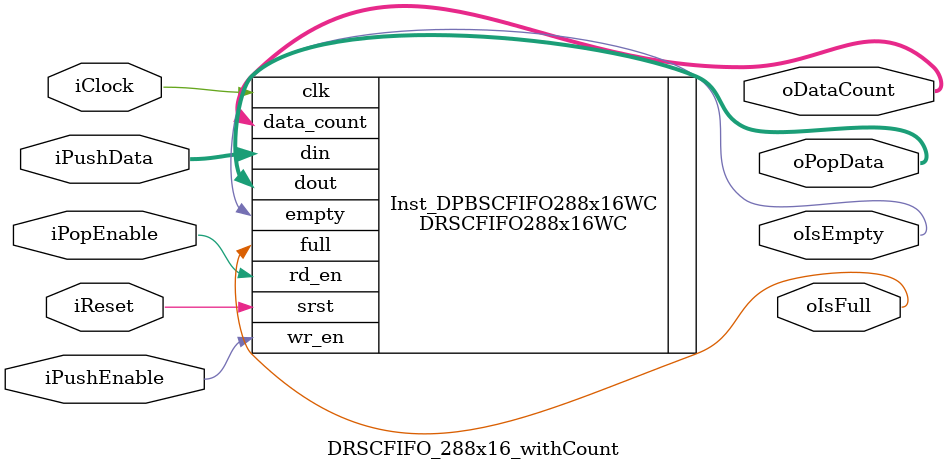
<source format=v>


//////////////////////////////////////////////////////////////////////////////////
// Revision History:
//
// * v1.0.0
//   - first draft 
//////////////////////////////////////////////////////////////////////////////////
`timescale 1ns / 1ps

module DRSCFIFO_288x16_withCount
(
    input           iClock          ,
    input           iReset          ,

    input   [287:0] iPushData       ,
    input           iPushEnable     ,
    output          oIsFull         ,
    
    output  [287:0] oPopData        ,
    input           iPopEnable      ,
    output          oIsEmpty        ,
    
    output  [3:0]   oDataCount
);

    DRSCFIFO288x16WC
    Inst_DPBSCFIFO288x16WC
    (
        .clk            (iClock         ),
        .srst           (iReset         ),
        .din            (iPushData      ),
        .wr_en          (iPushEnable    ),
        .full           (oIsFull        ),
        .dout           (oPopData       ),
        .rd_en          (iPopEnable     ),
        .empty          (oIsEmpty       ),
        .data_count     (oDataCount  )
    );

endmodule

</source>
